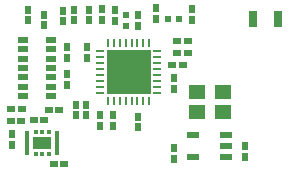
<source format=gtp>
%TF.GenerationSoftware,Altium Limited,Altium Designer,24.5.2 (23)*%
G04 Layer_Color=8421504*
%FSLAX45Y45*%
%MOMM*%
%TF.SameCoordinates,57FA01A1-E815-4C6C-BC38-3E05548C2649*%
%TF.FilePolarity,Positive*%
%TF.FileFunction,Paste,Top*%
%TF.Part,Single*%
G01*
G75*
%TA.AperFunction,SMDPad,CuDef*%
%ADD11R,0.65000X0.55000*%
%ADD12R,0.74000X1.47000*%
%ADD13R,0.62000X0.70000*%
%ADD14R,0.70000X0.62000*%
%ADD15R,0.62000X0.59000*%
%ADD16R,0.59000X0.62000*%
%ADD17R,0.55000X0.65000*%
%ADD18R,0.85000X0.55000*%
%ADD19R,1.00000X0.60000*%
%ADD20R,1.40000X1.20000*%
%ADD21R,0.35000X2.10000*%
%ADD22R,0.35000X0.37500*%
%ADD23R,1.50000X1.10000*%
%TA.AperFunction,ConnectorPad*%
%ADD24R,0.70000X0.62000*%
%TA.AperFunction,SMDPad,CuDef*%
%ADD25O,0.25000X0.80000*%
%ADD26O,0.80000X0.25000*%
%ADD27R,3.70000X3.70000*%
D11*
X286526Y460055D02*
D03*
X371526D02*
D03*
X414700Y546100D02*
D03*
X499700D02*
D03*
X94320Y453977D02*
D03*
X179320D02*
D03*
D12*
X2357259Y1310876D02*
D03*
X2140259D02*
D03*
D13*
X734573Y1074119D02*
D03*
Y982118D02*
D03*
X953956Y501353D02*
D03*
Y409353D02*
D03*
X848207Y410411D02*
D03*
Y502411D02*
D03*
X1471201Y811753D02*
D03*
Y719753D02*
D03*
X758116Y1301741D02*
D03*
Y1393741D02*
D03*
X1169590Y1255872D02*
D03*
Y1347872D02*
D03*
X861478Y1394722D02*
D03*
Y1302722D02*
D03*
X971200Y1392398D02*
D03*
Y1300398D02*
D03*
X1317281Y1311717D02*
D03*
Y1403717D02*
D03*
X1625603Y1307984D02*
D03*
Y1399984D02*
D03*
X566510Y987181D02*
D03*
Y1079181D02*
D03*
X571500Y754100D02*
D03*
Y846100D02*
D03*
X2077090Y148782D02*
D03*
Y240782D02*
D03*
X1473200Y131800D02*
D03*
Y223800D02*
D03*
X104881Y247426D02*
D03*
Y339427D02*
D03*
D14*
X1460124Y923569D02*
D03*
X1552124D02*
D03*
X1497355Y1025632D02*
D03*
X1589355D02*
D03*
X1498225Y1130034D02*
D03*
X1590225D02*
D03*
X545871Y83795D02*
D03*
X453871D02*
D03*
D15*
X1071398Y1253799D02*
D03*
Y1344799D02*
D03*
D16*
X1421198Y1310876D02*
D03*
X1512198D02*
D03*
D17*
X627533Y1307957D02*
D03*
Y1392957D02*
D03*
X644081Y499926D02*
D03*
Y584926D02*
D03*
X732981Y499926D02*
D03*
Y584926D02*
D03*
X241300Y1303700D02*
D03*
Y1388700D02*
D03*
X376600Y1260600D02*
D03*
Y1345600D02*
D03*
X535438Y1295547D02*
D03*
Y1380547D02*
D03*
X1168400Y487000D02*
D03*
Y402000D02*
D03*
D18*
X194630Y1138269D02*
D03*
Y1058269D02*
D03*
X434630Y1138269D02*
D03*
X194630Y978269D02*
D03*
Y898269D02*
D03*
Y818269D02*
D03*
Y738269D02*
D03*
Y658268D02*
D03*
X434630Y1058269D02*
D03*
Y978269D02*
D03*
Y898269D02*
D03*
Y818269D02*
D03*
Y738269D02*
D03*
Y658268D02*
D03*
D19*
X1637861Y145471D02*
D03*
Y335471D02*
D03*
X1912861D02*
D03*
Y240471D02*
D03*
Y145471D02*
D03*
D20*
X1891348Y524222D02*
D03*
Y694222D02*
D03*
X1671348Y524222D02*
D03*
Y694222D02*
D03*
D21*
X485323Y266320D02*
D03*
X229323D02*
D03*
D22*
X302323Y360320D02*
D03*
X412323D02*
D03*
X357323D02*
D03*
X412323Y172320D02*
D03*
X302323D02*
D03*
X357323D02*
D03*
D23*
Y266320D02*
D03*
D24*
X186080Y549176D02*
D03*
X94080D02*
D03*
D25*
X1264196Y1108287D02*
D03*
X1214196D02*
D03*
X1164196D02*
D03*
X1114196D02*
D03*
X1064196D02*
D03*
X1014196D02*
D03*
X964196D02*
D03*
X914196D02*
D03*
Y623287D02*
D03*
X964196D02*
D03*
X1014196D02*
D03*
X1064196D02*
D03*
X1114196D02*
D03*
X1164196D02*
D03*
X1214196D02*
D03*
X1264196D02*
D03*
D26*
X846696Y1040787D02*
D03*
Y990787D02*
D03*
Y940787D02*
D03*
Y890787D02*
D03*
Y840787D02*
D03*
Y790787D02*
D03*
Y740787D02*
D03*
Y690787D02*
D03*
X1331696D02*
D03*
Y740787D02*
D03*
Y790787D02*
D03*
Y840787D02*
D03*
Y890787D02*
D03*
Y940787D02*
D03*
Y990787D02*
D03*
Y1040787D02*
D03*
D27*
X1089196Y865787D02*
D03*
%TF.MD5,b56fdcd21ea9f4660229ce41b9f275ce*%
M02*

</source>
